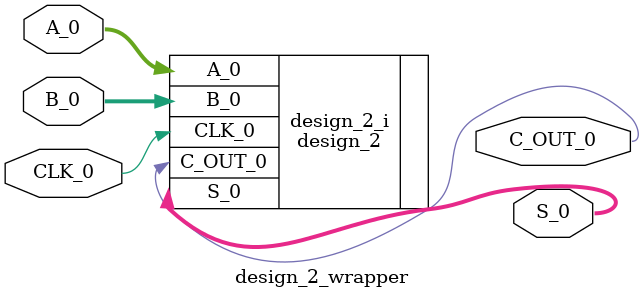
<source format=v>
`timescale 1 ps / 1 ps

module design_2_wrapper
   (A_0,
    B_0,
    CLK_0,
    C_OUT_0,
    S_0);
  input [3:0]A_0;
  input [3:0]B_0;
  input CLK_0;
  output C_OUT_0;
  output [3:0]S_0;

  wire [3:0]A_0;
  wire [3:0]B_0;
  wire CLK_0;
  wire C_OUT_0;
  wire [3:0]S_0;

  design_2 design_2_i
       (.A_0(A_0),
        .B_0(B_0),
        .CLK_0(CLK_0),
        .C_OUT_0(C_OUT_0),
        .S_0(S_0));
endmodule

</source>
